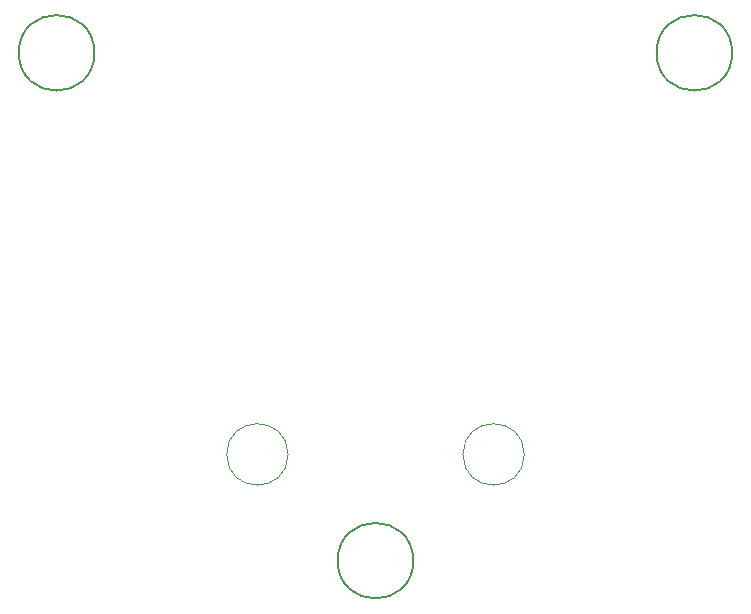
<source format=gbr>
%TF.GenerationSoftware,KiCad,Pcbnew,(7.0.0-0)*%
%TF.CreationDate,2023-03-07T20:42:41-06:00*%
%TF.ProjectId,RP2040_minimal,52503230-3430-45f6-9d69-6e696d616c2e,REV1*%
%TF.SameCoordinates,Original*%
%TF.FileFunction,Other,Comment*%
%FSLAX46Y46*%
G04 Gerber Fmt 4.6, Leading zero omitted, Abs format (unit mm)*
G04 Created by KiCad (PCBNEW (7.0.0-0)) date 2023-03-07 20:42:41*
%MOMM*%
%LPD*%
G01*
G04 APERTURE LIST*
%ADD10C,0.120000*%
%ADD11C,0.150000*%
G04 APERTURE END LIST*
D10*
%TO.C,REF\u002A\u002A*%
X12600000Y-20000000D02*
G75*
G03*
X12600000Y-20000000I-2600000J0D01*
G01*
X-7400000Y-20000000D02*
G75*
G03*
X-7400000Y-20000000I-2600000J0D01*
G01*
D11*
%TO.C,H3*%
X3200000Y-29000000D02*
G75*
G03*
X3200000Y-29000000I-3200000J0D01*
G01*
%TO.C,H2*%
X-23800000Y14000000D02*
G75*
G03*
X-23800000Y14000000I-3200000J0D01*
G01*
%TO.C,H1*%
X30200000Y14000000D02*
G75*
G03*
X30200000Y14000000I-3200000J0D01*
G01*
%TD*%
M02*

</source>
